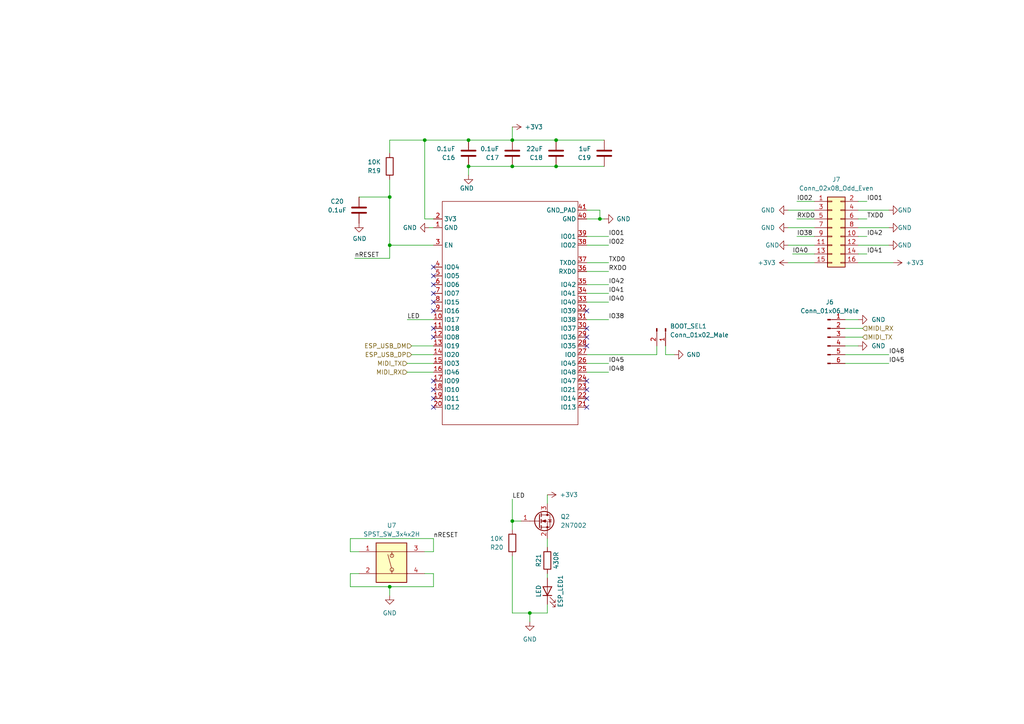
<source format=kicad_sch>
(kicad_sch (version 20211123) (generator eeschema)
  (paper "A4")
  (lib_symbols
    (symbol "Connector:Conn_01x02_Male" (pin_names (offset 1.016) hide)
      (property "Reference" "J" (at 0 2.54 0))
      (property "Value" "Conn_01x02_Male" (at 0 -5.08 0))
      (symbol "Conn_01x02_Male_1_1"
        (polyline (pts (xy 1.27 -2.54) (xy 0.8636 -2.54)) (stroke (width 0.1524)))
        (polyline (pts (xy 1.27 0) (xy 0.8636 0)) (stroke (width 0.1524)))
        (rectangle (start 0.8636 -2.413) (end 0 -2.667) (stroke (width 0.1524)) (fill (type outline)))
        (rectangle (start 0.8636 0.127) (end 0 -0.127) (stroke (width 0.1524)) (fill (type outline)))
        (pin passive line (at 5.08 0 180) (length 3.81) (name "Pin_1") (number "1"))
        (pin passive line (at 5.08 -2.54 180) (length 3.81) (name "Pin_2") (number "2"))
      )
    )
    (symbol "Connector:Conn_01x06_Male" (pin_names (offset 1.016) hide)
      (property "Reference" "J" (at 0 7.62 0))
      (property "Value" "Conn_01x06_Male" (at 0 -10.16 0))
      (symbol "Conn_01x06_Male_1_1"
        (polyline (pts (xy 1.27 -7.62) (xy 0.8636 -7.62)) (stroke (width 0.1524)))
        (polyline (pts (xy 1.27 -5.08) (xy 0.8636 -5.08)) (stroke (width 0.1524)))
        (polyline (pts (xy 1.27 -2.54) (xy 0.8636 -2.54)) (stroke (width 0.1524)))
        (polyline (pts (xy 1.27 0) (xy 0.8636 0)) (stroke (width 0.1524)))
        (polyline (pts (xy 1.27 2.54) (xy 0.8636 2.54)) (stroke (width 0.1524)))
        (polyline (pts (xy 1.27 5.08) (xy 0.8636 5.08)) (stroke (width 0.1524)))
        (rectangle (start 0.8636 -7.493) (end 0 -7.747) (stroke (width 0.1524)) (fill (type outline)))
        (rectangle (start 0.8636 -4.953) (end 0 -5.207) (stroke (width 0.1524)) (fill (type outline)))
        (rectangle (start 0.8636 -2.413) (end 0 -2.667) (stroke (width 0.1524)) (fill (type outline)))
        (rectangle (start 0.8636 0.127) (end 0 -0.127) (stroke (width 0.1524)) (fill (type outline)))
        (rectangle (start 0.8636 2.667) (end 0 2.413) (stroke (width 0.1524)) (fill (type outline)))
        (rectangle (start 0.8636 5.207) (end 0 4.953) (stroke (width 0.1524)) (fill (type outline)))
        (pin passive line (at 5.08 5.08 180) (length 3.81) (name "Pin_1") (number "1"))
        (pin passive line (at 5.08 2.54 180) (length 3.81) (name "Pin_2") (number "2"))
        (pin passive line (at 5.08 0 180) (length 3.81) (name "Pin_3") (number "3"))
        (pin passive line (at 5.08 -2.54 180) (length 3.81) (name "Pin_4") (number "4"))
        (pin passive line (at 5.08 -5.08 180) (length 3.81) (name "Pin_5") (number "5"))
        (pin passive line (at 5.08 -7.62 180) (length 3.81) (name "Pin_6") (number "6"))
      )
    )
    (symbol "Connector_Generic:Conn_02x08_Odd_Even" (pin_names (offset 1.016) hide)
      (property "Reference" "J" (at 1.27 10.16 0))
      (property "Value" "Conn_02x08_Odd_Even" (at 1.27 -12.7 0))
      (symbol "Conn_02x08_Odd_Even_1_1"
        (rectangle (start -1.27 -10.033) (end 0 -10.287) (stroke (width 0.1524)))
        (rectangle (start -1.27 -7.493) (end 0 -7.747) (stroke (width 0.1524)))
        (rectangle (start -1.27 -4.953) (end 0 -5.207) (stroke (width 0.1524)))
        (rectangle (start -1.27 -2.413) (end 0 -2.667) (stroke (width 0.1524)))
        (rectangle (start -1.27 0.127) (end 0 -0.127) (stroke (width 0.1524)))
        (rectangle (start -1.27 2.667) (end 0 2.413) (stroke (width 0.1524)))
        (rectangle (start -1.27 5.207) (end 0 4.953) (stroke (width 0.1524)))
        (rectangle (start -1.27 7.747) (end 0 7.493) (stroke (width 0.1524)))
        (rectangle (start -1.27 8.89) (end 3.81 -11.43) (stroke (width 0.254)) (fill (type background)))
        (rectangle (start 3.81 -10.033) (end 2.54 -10.287) (stroke (width 0.1524)))
        (rectangle (start 3.81 -7.493) (end 2.54 -7.747) (stroke (width 0.1524)))
        (rectangle (start 3.81 -4.953) (end 2.54 -5.207) (stroke (width 0.1524)))
        (rectangle (start 3.81 -2.413) (end 2.54 -2.667) (stroke (width 0.1524)))
        (rectangle (start 3.81 0.127) (end 2.54 -0.127) (stroke (width 0.1524)))
        (rectangle (start 3.81 2.667) (end 2.54 2.413) (stroke (width 0.1524)))
        (rectangle (start 3.81 5.207) (end 2.54 4.953) (stroke (width 0.1524)))
        (rectangle (start 3.81 7.747) (end 2.54 7.493) (stroke (width 0.1524)))
        (pin passive line (at -5.08 7.62 0) (length 3.81) (name "Pin_1") (number "1"))
        (pin passive line (at 7.62 -2.54 180) (length 3.81) (name "Pin_10") (number "10"))
        (pin passive line (at -5.08 -5.08 0) (length 3.81) (name "Pin_11") (number "11"))
        (pin passive line (at 7.62 -5.08 180) (length 3.81) (name "Pin_12") (number "12"))
        (pin passive line (at -5.08 -7.62 0) (length 3.81) (name "Pin_13") (number "13"))
        (pin passive line (at 7.62 -7.62 180) (length 3.81) (name "Pin_14") (number "14"))
        (pin passive line (at -5.08 -10.16 0) (length 3.81) (name "Pin_15") (number "15"))
        (pin passive line (at 7.62 -10.16 180) (length 3.81) (name "Pin_16") (number "16"))
        (pin passive line (at 7.62 7.62 180) (length 3.81) (name "Pin_2") (number "2"))
        (pin passive line (at -5.08 5.08 0) (length 3.81) (name "Pin_3") (number "3"))
        (pin passive line (at 7.62 5.08 180) (length 3.81) (name "Pin_4") (number "4"))
        (pin passive line (at -5.08 2.54 0) (length 3.81) (name "Pin_5") (number "5"))
        (pin passive line (at 7.62 2.54 180) (length 3.81) (name "Pin_6") (number "6"))
        (pin passive line (at -5.08 0 0) (length 3.81) (name "Pin_7") (number "7"))
        (pin passive line (at 7.62 0 180) (length 3.81) (name "Pin_8") (number "8"))
        (pin passive line (at -5.08 -2.54 0) (length 3.81) (name "Pin_9") (number "9"))
      )
    )
    (symbol "Device:C" (pin_numbers hide) (pin_names (offset 0.254))
      (property "Reference" "C" (at 0.635 2.54 0))
      (property "Value" "C" (at 0.635 -2.54 0))
      (symbol "C_0_1"
        (polyline (pts (xy -2.032 -0.762) (xy 2.032 -0.762)) (stroke (width 0.508)))
        (polyline (pts (xy -2.032 0.762) (xy 2.032 0.762)) (stroke (width 0.508)))
      )
      (symbol "C_1_1"
        (pin passive line (at 0 3.81 270) (length 2.794) (name "~") (number "1"))
        (pin passive line (at 0 -3.81 90) (length 2.794) (name "~") (number "2"))
      )
    )
    (symbol "Device:LED" (pin_numbers hide) (pin_names (offset 1.016) hide)
      (property "Reference" "D" (at 0 2.54 0))
      (property "Value" "LED" (at 0 -2.54 0))
      (symbol "LED_0_1"
        (polyline (pts (xy -1.27 -1.27) (xy -1.27 1.27)) (stroke (width 0.254)))
        (polyline (pts (xy -1.27 0) (xy 1.27 0)))
        (polyline (pts (xy 1.27 -1.27) (xy 1.27 1.27) (xy -1.27 0) (xy 1.27 -1.27)) (stroke (width 0.254)))
        (polyline (pts (xy -3.048 -0.762) (xy -4.572 -2.286) (xy -3.81 -2.286) (xy -4.572 -2.286) (xy -4.572 -1.524)))
        (polyline (pts (xy -1.778 -0.762) (xy -3.302 -2.286) (xy -2.54 -2.286) (xy -3.302 -2.286) (xy -3.302 -1.524)))
      )
      (symbol "LED_1_1"
        (pin passive line (at -3.81 0 0) (length 2.54) (name "K") (number "1"))
        (pin passive line (at 3.81 0 180) (length 2.54) (name "A") (number "2"))
      )
    )
    (symbol "Device:R" (pin_numbers hide) (pin_names (offset 0))
      (property "Reference" "R" (at 2.032 0 90))
      (property "Value" "R" (at 0 0 90))
      (symbol "R_0_1"
        (rectangle (start -1.016 -2.54) (end 1.016 2.54) (stroke (width 0.254)))
      )
      (symbol "R_1_1"
        (pin passive line (at 0 3.81 270) (length 1.27) (name "~") (number "1"))
        (pin passive line (at 0 -3.81 90) (length 1.27) (name "~") (number "2"))
      )
    )
    (symbol "Transistor_FET:2N7002" (pin_names hide)
      (property "Reference" "Q" (at 5.08 1.905 0))
      (property "Value" "2N7002" (at 5.08 0 0))
      (symbol "2N7002_0_1"
        (polyline (pts (xy 0.254 0) (xy -2.54 0)))
        (polyline (pts (xy 0.254 1.905) (xy 0.254 -1.905)) (stroke (width 0.254)))
        (polyline (pts (xy 0.762 -1.27) (xy 0.762 -2.286)) (stroke (width 0.254)))
        (polyline (pts (xy 0.762 0.508) (xy 0.762 -0.508)) (stroke (width 0.254)))
        (polyline (pts (xy 0.762 2.286) (xy 0.762 1.27)) (stroke (width 0.254)))
        (polyline (pts (xy 2.54 2.54) (xy 2.54 1.778)))
        (polyline (pts (xy 2.54 -2.54) (xy 2.54 0) (xy 0.762 0)))
        (polyline (pts (xy 0.762 -1.778) (xy 3.302 -1.778) (xy 3.302 1.778) (xy 0.762 1.778)))
        (polyline (pts (xy 1.016 0) (xy 2.032 0.381) (xy 2.032 -0.381) (xy 1.016 0)) (fill (type outline)))
        (polyline (pts (xy 2.794 0.508) (xy 2.921 0.381) (xy 3.683 0.381) (xy 3.81 0.254)))
        (polyline (pts (xy 3.302 0.381) (xy 2.921 -0.254) (xy 3.683 -0.254) (xy 3.302 0.381)))
        (circle (center 1.651 0) (radius 2.794) (stroke (width 0.254)))
        (circle (center 2.54 -1.778) (radius 0.254) (fill (type outline)))
        (circle (center 2.54 1.778) (radius 0.254) (fill (type outline)))
      )
      (symbol "2N7002_1_1"
        (pin input line (at -5.08 0 0) (length 2.54) (name "G") (number "1"))
        (pin passive line (at 2.54 -5.08 90) (length 2.54) (name "S") (number "2"))
        (pin passive line (at 2.54 5.08 270) (length 2.54) (name "D") (number "3"))
      )
    )
    (symbol "User_Global_Symbols:ESP32-S3-WROOM-1"
      (property "Reference" "U" (at 20.32 68.58 0))
      (property "Value" "ESP32-S3-WROOM-1" (at 46.99 68.58 0))
      (symbol "ESP32-S3-WROOM-1_0_1"
        (rectangle (start 19.05 67.31) (end 58.42 2.54))
        (rectangle (start 91.44 128.27) (end 91.44 128.27))
      )
      (symbol "ESP32-S3-WROOM-1_1_1"
        (pin power_in line (at 16.51 59.69 0) (length 2.54) (name "GND") (number "1"))
        (pin bidirectional line (at 16.51 33.02 0) (length 2.54) (name "IO17") (number "10"))
        (pin bidirectional line (at 16.51 30.48 0) (length 2.54) (name "IO18") (number "11"))
        (pin bidirectional line (at 16.51 27.94 0) (length 2.54) (name "IO08") (number "12"))
        (pin bidirectional line (at 16.51 25.4 0) (length 2.54) (name "IO19") (number "13"))
        (pin bidirectional line (at 16.51 22.86 0) (length 2.54) (name "IO20") (number "14"))
        (pin bidirectional line (at 16.51 20.32 0) (length 2.54) (name "IO03") (number "15"))
        (pin bidirectional line (at 16.51 17.78 0) (length 2.54) (name "IO46") (number "16"))
        (pin bidirectional line (at 16.51 15.24 0) (length 2.54) (name "IO09") (number "17"))
        (pin bidirectional line (at 16.51 12.7 0) (length 2.54) (name "IO10") (number "18"))
        (pin bidirectional line (at 16.51 10.16 0) (length 2.54) (name "IO11") (number "19"))
        (pin power_in line (at 16.51 62.23 0) (length 2.54) (name "3V3") (number "2"))
        (pin bidirectional line (at 16.51 7.62 0) (length 2.54) (name "IO12") (number "20"))
        (pin bidirectional line (at 60.96 7.62 180) (length 2.54) (name "IO13") (number "21"))
        (pin bidirectional line (at 60.96 10.16 180) (length 2.54) (name "IO14") (number "22"))
        (pin bidirectional line (at 60.96 12.7 180) (length 2.54) (name "IO21") (number "23"))
        (pin bidirectional line (at 60.96 15.24 180) (length 2.54) (name "IO47") (number "24"))
        (pin bidirectional line (at 60.96 17.78 180) (length 2.54) (name "IO48") (number "25"))
        (pin bidirectional line (at 60.96 20.32 180) (length 2.54) (name "IO45") (number "26"))
        (pin bidirectional line (at 60.96 22.86 180) (length 2.54) (name "IO0") (number "27"))
        (pin bidirectional line (at 60.96 25.4 180) (length 2.54) (name "IO35") (number "28"))
        (pin bidirectional line (at 60.96 27.94 180) (length 2.54) (name "IO36") (number "29"))
        (pin input line (at 16.51 54.61 0) (length 2.54) (name "EN") (number "3"))
        (pin bidirectional line (at 60.96 30.48 180) (length 2.54) (name "IO37") (number "30"))
        (pin bidirectional line (at 60.96 33.02 180) (length 2.54) (name "IO38") (number "31"))
        (pin bidirectional line (at 60.96 35.56 180) (length 2.54) (name "IO39") (number "32"))
        (pin bidirectional line (at 60.96 38.1 180) (length 2.54) (name "IO40") (number "33"))
        (pin bidirectional line (at 60.96 40.64 180) (length 2.54) (name "IO41") (number "34"))
        (pin bidirectional line (at 60.96 43.18 180) (length 2.54) (name "IO42") (number "35"))
        (pin bidirectional line (at 60.96 46.99 180) (length 2.54) (name "RXD0") (number "36"))
        (pin bidirectional line (at 60.96 49.53 180) (length 2.54) (name "TXD0") (number "37"))
        (pin bidirectional line (at 60.96 54.61 180) (length 2.54) (name "IO02") (number "38"))
        (pin bidirectional line (at 60.96 57.15 180) (length 2.54) (name "IO01") (number "39"))
        (pin bidirectional line (at 16.51 48.26 0) (length 2.54) (name "IO04") (number "4"))
        (pin power_in line (at 60.96 62.23 180) (length 2.54) (name "GND") (number "40"))
        (pin power_in line (at 60.96 64.77 180) (length 2.54) (name "GND_PAD") (number "41"))
        (pin bidirectional line (at 16.51 45.72 0) (length 2.54) (name "IO05") (number "5"))
        (pin bidirectional line (at 16.51 43.18 0) (length 2.54) (name "IO06") (number "6"))
        (pin bidirectional line (at 16.51 40.64 0) (length 2.54) (name "IO07") (number "7"))
        (pin bidirectional line (at 16.51 38.1 0) (length 2.54) (name "IO15") (number "8"))
        (pin bidirectional line (at 16.51 35.56 0) (length 2.54) (name "IO16") (number "9"))
      )
    )
    (symbol "User_Global_Symbols:SPST_SW_3x4x2H"
      (property "Reference" "U" (at 5.08 -2.54 0))
      (property "Value" "SPST_SW_3x4x2H" (at 5.08 -5.08 0))
      (symbol "SPST_SW_3x4x2H_0_0"
        (polyline (pts (xy 4.318 4.191) (xy 3.2766 8.0772)))
        (circle (center 4.445 3.683) (radius 0.508))
        (circle (center 4.445 7.747) (radius 0.508))
      )
      (symbol "SPST_SW_3x4x2H_0_1"
        (rectangle (start -0.127 11.43) (end 8.763 0) (stroke (width 0.254)) (fill (type background)))
        (polyline (pts (xy 0 2.54) (xy 4.445 2.54) (xy 4.445 3.683) (xy 4.445 2.54) (xy 9.017 2.54)))
        (polyline (pts (xy 0 8.89) (xy 4.445 8.89) (xy 4.445 7.747) (xy 4.445 8.89) (xy 9.017 8.89)))
      )
      (symbol "SPST_SW_3x4x2H_1_1"
        (pin passive line (at -5.08 8.89 0) (length 5.08) (name "~") (number "1"))
        (pin passive line (at -5.08 2.54 0) (length 5.08) (name "~") (number "2"))
        (pin passive line (at 13.97 8.89 180) (length 5.08) (name "~") (number "3"))
        (pin passive line (at 13.97 2.54 180) (length 5.08) (name "~") (number "4"))
      )
    )
    (symbol "power:+3.3V" (power) (pin_names (offset 0))
      (property "Value" "+3.3V" (at 0 3.556 0))
      (symbol "+3.3V_0_1"
        (polyline (pts (xy -0.762 1.27) (xy 0 2.54)))
        (polyline (pts (xy 0 0) (xy 0 2.54)))
        (polyline (pts (xy 0 2.54) (xy 0.762 1.27)))
      )
      (symbol "+3.3V_1_1"
        (pin power_in line (at 0 0 90) (length 0) hide (name "+3V3") (number "1"))
      )
    )
    (symbol "power:GND" (power) (pin_names (offset 0))
      (property "Value" "GND" (at 0 -3.81 0))
      (symbol "GND_0_1"
        (polyline (pts (xy 0 0) (xy 0 -1.27) (xy 1.27 -1.27) (xy 0 -2.54) (xy -1.27 -1.27) (xy 0 -1.27)))
      )
      (symbol "GND_1_1"
        (pin power_in line (at 0 0 270) (length 0) hide (name "GND") (number "1"))
      )
    )
  )
  (junction (at 161.29 48.26))
  (junction (at 113.03 170.18))
  (junction (at 113.03 71.12))
  (junction (at 153.67 177.8))
  (junction (at 148.59 40.64))
  (junction (at 113.03 57.15))
  (junction (at 135.89 40.64))
  (junction (at 161.29 40.64))
  (junction (at 148.59 151.13))
  (junction (at 135.89 48.26))
  (junction (at 173.99 63.5))
  (junction (at 148.59 48.26))
  (junction (at 123.19 40.64))
  (no_connect (at 125.73 97.79))
  (no_connect (at 125.73 87.63))
  (no_connect (at 125.73 95.25))
  (no_connect (at 125.73 85.09))
  (no_connect (at 125.73 80.01))
  (no_connect (at 125.73 77.47))
  (no_connect (at 125.73 115.57))
  (no_connect (at 125.73 118.11))
  (no_connect (at 125.73 113.03))
  (no_connect (at 170.18 90.17))
  (no_connect (at 170.18 110.49))
  (no_connect (at 170.18 118.11))
  (no_connect (at 170.18 95.25))
  (no_connect (at 125.73 110.49))
  (no_connect (at 170.18 100.33))
  (no_connect (at 170.18 97.79))
  (no_connect (at 170.18 115.57))
  (no_connect (at 170.18 113.03))
  (no_connect (at 125.73 82.55))
  (no_connect (at 125.73 90.17))
  (wire (pts (xy 245.11 97.79) (xy 250.19 97.79)))
  (wire (pts (xy 170.18 68.58) (xy 176.53 68.58)))
  (wire (pts (xy 118.11 105.41) (xy 125.73 105.41)))
  (wire (pts (xy 113.03 170.18) (xy 113.03 172.72)))
  (wire (pts (xy 170.18 78.74) (xy 176.53 78.74)))
  (wire (pts (xy 124.46 66.04) (xy 125.73 66.04)))
  (wire (pts (xy 123.19 40.64) (xy 123.19 63.5)))
  (wire (pts (xy 245.11 102.87) (xy 257.81 102.87)))
  (wire (pts (xy 175.26 40.64) (xy 161.29 40.64)))
  (wire (pts (xy 125.73 71.12) (xy 113.03 71.12)))
  (wire (pts (xy 245.11 105.41) (xy 257.81 105.41)))
  (wire (pts (xy 231.14 63.5) (xy 236.22 63.5)))
  (wire (pts (xy 102.87 74.93) (xy 113.03 74.93)))
  (wire (pts (xy 158.75 156.21) (xy 158.75 158.75)))
  (wire (pts (xy 173.99 60.96) (xy 173.99 63.5)))
  (wire (pts (xy 125.73 166.37) (xy 123.19 166.37)))
  (wire (pts (xy 170.18 63.5) (xy 173.99 63.5)))
  (wire (pts (xy 113.03 57.15) (xy 113.03 52.07)))
  (wire (pts (xy 158.75 143.51) (xy 158.75 146.05)))
  (wire (pts (xy 101.6 160.02) (xy 101.6 156.21)))
  (wire (pts (xy 248.92 60.96) (xy 257.81 60.96)))
  (wire (pts (xy 248.92 73.66) (xy 251.46 73.66)))
  (wire (pts (xy 153.67 177.8) (xy 153.67 180.34)))
  (wire (pts (xy 236.22 71.12) (xy 228.6 71.12)))
  (wire (pts (xy 113.03 71.12) (xy 113.03 74.93)))
  (wire (pts (xy 248.92 66.04) (xy 257.81 66.04)))
  (wire (pts (xy 190.5 100.33) (xy 190.5 102.87)))
  (wire (pts (xy 101.6 156.21) (xy 125.73 156.21)))
  (wire (pts (xy 158.75 175.26) (xy 158.75 177.8)))
  (wire (pts (xy 104.14 57.15) (xy 113.03 57.15)))
  (wire (pts (xy 148.59 151.13) (xy 151.13 151.13)))
  (wire (pts (xy 170.18 85.09) (xy 176.53 85.09)))
  (wire (pts (xy 148.59 151.13) (xy 148.59 153.67)))
  (wire (pts (xy 228.6 60.96) (xy 236.22 60.96)))
  (wire (pts (xy 248.92 71.12) (xy 257.81 71.12)))
  (wire (pts (xy 101.6 170.18) (xy 113.03 170.18)))
  (wire (pts (xy 135.89 48.26) (xy 135.89 50.8)))
  (wire (pts (xy 113.03 44.45) (xy 113.03 40.64)))
  (wire (pts (xy 245.11 100.33) (xy 248.92 100.33)))
  (wire (pts (xy 123.19 40.64) (xy 135.89 40.64)))
  (wire (pts (xy 161.29 40.64) (xy 148.59 40.64)))
  (wire (pts (xy 245.11 92.71) (xy 248.92 92.71)))
  (wire (pts (xy 170.18 102.87) (xy 190.5 102.87)))
  (wire (pts (xy 248.92 68.58) (xy 251.46 68.58)))
  (wire (pts (xy 170.18 87.63) (xy 176.53 87.63)))
  (wire (pts (xy 173.99 63.5) (xy 175.26 63.5)))
  (wire (pts (xy 175.26 48.26) (xy 161.29 48.26)))
  (wire (pts (xy 170.18 60.96) (xy 173.99 60.96)))
  (wire (pts (xy 125.73 156.21) (xy 125.73 160.02)))
  (wire (pts (xy 170.18 76.2) (xy 176.53 76.2)))
  (wire (pts (xy 118.11 107.95) (xy 125.73 107.95)))
  (wire (pts (xy 158.75 177.8) (xy 153.67 177.8)))
  (wire (pts (xy 119.38 102.87) (xy 125.73 102.87)))
  (wire (pts (xy 170.18 92.71) (xy 176.53 92.71)))
  (wire (pts (xy 104.14 166.37) (xy 101.6 166.37)))
  (wire (pts (xy 104.14 160.02) (xy 101.6 160.02)))
  (wire (pts (xy 170.18 105.41) (xy 176.53 105.41)))
  (wire (pts (xy 228.6 66.04) (xy 236.22 66.04)))
  (wire (pts (xy 170.18 82.55) (xy 176.53 82.55)))
  (wire (pts (xy 148.59 48.26) (xy 135.89 48.26)))
  (wire (pts (xy 113.03 170.18) (xy 125.73 170.18)))
  (wire (pts (xy 245.11 95.25) (xy 250.19 95.25)))
  (wire (pts (xy 229.87 73.66) (xy 236.22 73.66)))
  (wire (pts (xy 113.03 71.12) (xy 113.03 57.15)))
  (wire (pts (xy 125.73 63.5) (xy 123.19 63.5)))
  (wire (pts (xy 228.6 76.2) (xy 236.22 76.2)))
  (wire (pts (xy 193.04 100.33) (xy 193.04 102.87)))
  (wire (pts (xy 248.92 58.42) (xy 251.46 58.42)))
  (wire (pts (xy 231.14 68.58) (xy 236.22 68.58)))
  (wire (pts (xy 125.73 160.02) (xy 123.19 160.02)))
  (wire (pts (xy 119.38 100.33) (xy 125.73 100.33)))
  (wire (pts (xy 170.18 71.12) (xy 176.53 71.12)))
  (wire (pts (xy 248.92 76.2) (xy 259.08 76.2)))
  (wire (pts (xy 248.92 63.5) (xy 251.46 63.5)))
  (wire (pts (xy 170.18 107.95) (xy 176.53 107.95)))
  (wire (pts (xy 148.59 161.29) (xy 148.59 177.8)))
  (wire (pts (xy 125.73 170.18) (xy 125.73 166.37)))
  (wire (pts (xy 148.59 144.78) (xy 148.59 151.13)))
  (wire (pts (xy 161.29 48.26) (xy 148.59 48.26)))
  (wire (pts (xy 118.11 92.71) (xy 125.73 92.71)))
  (wire (pts (xy 158.75 166.37) (xy 158.75 167.64)))
  (wire (pts (xy 148.59 40.64) (xy 135.89 40.64)))
  (wire (pts (xy 231.14 58.42) (xy 236.22 58.42)))
  (wire (pts (xy 153.67 177.8) (xy 148.59 177.8)))
  (wire (pts (xy 148.59 36.83) (xy 148.59 40.64)))
  (wire (pts (xy 113.03 40.64) (xy 123.19 40.64)))
  (wire (pts (xy 101.6 166.37) (xy 101.6 170.18)))
  (wire (pts (xy 193.04 102.87) (xy 195.58 102.87)))
  (label "IO40" (at 229.87 73.66 0))
  (label "RXDO" (at 176.53 78.74 0))
  (label "IO45" (at 257.81 105.41 0))
  (label "IO40" (at 176.53 87.63 0))
  (label "nRESET" (at 102.87 74.93 0))
  (label "IO38" (at 231.14 68.58 0))
  (label "IO42" (at 176.53 82.55 0))
  (label "IO01" (at 176.53 68.58 0))
  (label "IO42" (at 251.46 68.58 0))
  (label "nRESET" (at 125.73 156.21 0))
  (label "TXD0" (at 176.53 76.2 0))
  (label "IO41" (at 176.53 85.09 0))
  (label "IO02" (at 231.14 58.42 0))
  (label "IO38" (at 176.53 92.71 0))
  (label "RXDO" (at 231.14 63.5 0))
  (label "IO48" (at 176.53 107.95 0))
  (label "IO41" (at 251.46 73.66 0))
  (label "LED" (at 118.11 92.71 0))
  (label "IO45" (at 176.53 105.41 0))
  (label "LED" (at 148.59 144.78 0))
  (label "IO48" (at 257.81 102.87 0))
  (label "TXD0" (at 251.46 63.5 0))
  (label "IO02" (at 176.53 71.12 0))
  (label "IO01" (at 251.46 58.42 0))
  (hierarchical_label "ESP_USB_DM" (shape input) (at 119.38 100.33 180))
  (hierarchical_label "MIDI_TX" (shape input) (at 250.19 97.79 0))
  (hierarchical_label "ESP_USB_DP" (shape input) (at 119.38 102.87 180))
  (hierarchical_label "MIDI_RX" (shape input) (at 118.11 107.95 180))
  (hierarchical_label "MIDI_TX" (shape input) (at 118.11 105.41 180))
  (hierarchical_label "MIDI_RX" (shape input) (at 250.19 95.25 0))
  (symbol (lib_id "power:+3.3V") (at 228.6 76.2 90) (unit 1)
    (property "Reference" "#PWR052" (effects hide))
    (property "Value" "+3.3V" (at 219.71 76.2 90) (effects (justify right)))
  )
  (symbol (lib_id "power:GND") (at 257.81 60.96 90) (unit 1)
    (property "Reference" "#PWR039" (effects hide))
    (property "Value" "GND" (at 260.35 60.96 90) (effects (justify right)))
  )
  (symbol (lib_id "Device:LED") (at 158.75 171.45 90) (unit 1)
    (property "Reference" "ESP_LED1" (at 162.56 171.45 0))
    (property "Value" "LED" (at 156.21 171.45 0))
    (property "Footprint" "LED_SMD:LED_0805_2012Metric" (effects hide))
  )
  (symbol (lib_id "power:GND") (at 124.46 66.04 270) (unit 1)
    (property "Reference" "#PWR044" (effects hide))
    (property "Value" "GND" (at 116.84 66.04 90) (effects (justify left)))
  )
  (symbol (lib_id "power:GND") (at 113.03 172.72 0) (unit 1)
    (property "Reference" "#PWR058" (effects hide))
    (property "Value" "GND" (at 113.03 177.8 0))
  )
  (symbol (lib_id "User_Global_Symbols:SPST_SW_3x4x2H") (at 109.22 168.91 0) (unit 1)
    (property "Reference" "U7" (at 113.6015 152.4 0))
    (property "Value" "SPST_SW_3x4x2H" (at 113.6015 154.94 0))
    (property "Footprint" "User_Global_Library:SPST_SW_3x4X2" (effects hide))
  )
  (symbol (lib_id "Device:C") (at 104.14 60.96 180) (unit 1)
    (property "Reference" "C20" (at 97.79 58.42 0))
    (property "Value" "0.1uF" (at 97.79 60.96 0))
    (property "Footprint" "Capacitor_SMD:C_0603_1608Metric" (effects hide))
    (property "LCSC" "C14663" (effects hide))
  )
  (symbol (lib_id "power:GND") (at 104.14 64.77 0) (unit 1)
    (property "Reference" "#PWR043" (effects hide))
    (property "Value" "GND" (at 102.235 69.215 0) (effects (justify left)))
  )
  (symbol (lib_id "power:GND") (at 228.6 60.96 270) (unit 1)
    (property "Reference" "#PWR038" (effects hide))
    (property "Value" "GND" (at 224.79 60.96 90) (effects (justify right)))
  )
  (symbol (lib_id "Device:R") (at 113.03 48.26 180) (unit 1)
    (property "Reference" "R19" (at 110.49 49.5301 0) (effects (justify left)))
    (property "Value" "10K" (at 110.49 46.99 0) (effects (justify left)))
    (property "Footprint" "Resistor_SMD:R_0603_1608Metric" (effects hide))
    (property "LCSC" "C25804" (effects hide))
  )
  (symbol (lib_id "Device:C") (at 135.89 44.45 180) (unit 1)
    (property "Reference" "C16" (at 132.08 45.7201 0) (effects (justify left)))
    (property "Value" "0.1uF" (at 132.08 43.1801 0) (effects (justify left)))
    (property "Footprint" "Capacitor_SMD:C_0603_1608Metric" (effects hide))
    (property "LCSC" "C14663" (effects hide))
  )
  (symbol (lib_id "power:GND") (at 135.89 50.8 0) (unit 1)
    (property "Reference" "#PWR037" (effects hide))
    (property "Value" "GND" (at 133.35 54.61 0) (effects (justify left)))
  )
  (symbol (lib_id "power:GND") (at 257.81 71.12 90) (unit 1)
    (property "Reference" "#PWR0102" (effects hide))
    (property "Value" "GND" (at 260.35 71.12 90) (effects (justify right)))
  )
  (symbol (lib_id "power:GND") (at 195.58 102.87 90) (unit 1)
    (property "Reference" "#PWR056" (effects hide))
    (property "Value" "GND" (at 203.2 102.87 90) (effects (justify left)))
  )
  (symbol (lib_id "power:+3.3V") (at 259.08 76.2 270) (unit 1)
    (property "Reference" "#PWR053" (effects hide))
    (property "Value" "+3.3V" (at 267.97 76.2 90) (effects (justify right)))
  )
  (symbol (lib_id "Device:R") (at 158.75 162.56 180) (unit 1)
    (property "Reference" "R21" (at 156.21 162.56 90))
    (property "Value" "430R" (at 161.29 162.56 90))
    (property "Footprint" "Resistor_SMD:R_0603_1608Metric" (effects hide))
    (property "LCSC" "C23170" (effects hide))
  )
  (symbol (lib_id "Transistor_FET:2N7002") (at 156.21 151.13 0) (unit 1)
    (property "Reference" "Q2" (at 162.56 149.8599 0) (effects (justify left)))
    (property "Value" "2N7002" (at 162.56 152.3999 0) (effects (justify left)))
    (property "Footprint" "Package_TO_SOT_SMD:SOT-23" (effects hide))
    (property "Datasheet" "https://www.onsemi.com/pub/Collateral/NDS7002A-D.PDF" (effects hide))
  )
  (symbol (lib_id "Connector_Generic:Conn_02x08_Odd_Even") (at 241.3 66.04 0) (unit 1)
    (property "Reference" "J7" (at 242.57 52.07 0))
    (property "Value" "Conn_02x08_Odd_Even" (at 242.57 54.61 0))
    (property "Footprint" "Connector_PinHeader_2.54mm:PinHeader_2x08_P2.54mm_Vertical" (effects hide))
  )
  (symbol (lib_id "power:GND") (at 248.92 100.33 90) (unit 1)
    (property "Reference" "#PWR0104" (effects hide))
    (property "Value" "GND" (at 252.73 100.3299 90) (effects (justify right)))
  )
  (symbol (lib_id "power:+3.3V") (at 148.59 36.83 270) (unit 1)
    (property "Reference" "#PWR036" (effects hide))
    (property "Value" "+3.3V" (at 157.48 36.83 90) (effects (justify right)))
  )
  (symbol (lib_id "Device:C") (at 175.26 44.45 180) (unit 1)
    (property "Reference" "C19" (at 171.45 45.72 0) (effects (justify left)))
    (property "Value" "1uF" (at 171.45 43.18 0) (effects (justify left)))
    (property "Footprint" "Capacitor_SMD:C_0603_1608Metric" (effects hide))
    (property "LCSC" "C15849" (effects hide))
  )
  (symbol (lib_id "power:GND") (at 153.67 180.34 0) (unit 1)
    (property "Reference" "#PWR059" (effects hide))
    (property "Value" "GND" (at 153.67 185.42 0))
  )
  (symbol (lib_id "Device:C") (at 148.59 44.45 180) (unit 1)
    (property "Reference" "C17" (at 144.78 45.7201 0) (effects (justify left)))
    (property "Value" "0.1uF" (at 144.78 43.1801 0) (effects (justify left)))
    (property "Footprint" "Capacitor_SMD:C_0603_1608Metric" (effects hide))
    (property "LCSC" "C14663" (effects hide))
  )
  (symbol (lib_id "Connector:Conn_01x06_Male") (at 240.03 97.79 0) (unit 1)
    (property "Reference" "J6" (at 240.665 87.63 0))
    (property "Value" "Conn_01x06_Male" (at 240.665 90.17 0))
    (property "Footprint" "Connector_PinHeader_2.54mm:PinHeader_1x06_P2.54mm_Vertical" (effects hide))
  )
  (symbol (lib_id "Connector:Conn_01x02_Male") (at 193.04 95.25 270) (unit 1)
    (property "Reference" "BOOT_SEL1" (at 194.31 94.6149 90) (effects (justify left)))
    (property "Value" "Conn_01x02_Male" (at 194.31 97.1549 90) (effects (justify left)))
    (property "Footprint" "Connector_PinHeader_2.54mm:PinHeader_1x02_P2.54mm_Vertical" (effects hide))
  )
  (symbol (lib_id "power:+3.3V") (at 158.75 143.51 270) (unit 1)
    (property "Reference" "#PWR057" (effects hide))
    (property "Value" "+3.3V" (at 167.64 143.51 90) (effects (justify right)))
  )
  (symbol (lib_id "power:GND") (at 257.81 66.04 90) (unit 1)
    (property "Reference" "#PWR046" (effects hide))
    (property "Value" "GND" (at 260.35 66.04 90) (effects (justify right)))
  )
  (symbol (lib_id "power:GND") (at 228.6 71.12 270) (unit 1)
    (property "Reference" "#PWR0101" (effects hide))
    (property "Value" "GND" (at 226.06 71.12 90) (effects (justify right)))
  )
  (symbol (lib_id "power:GND") (at 248.92 92.71 90) (unit 1)
    (property "Reference" "#PWR0103" (effects hide))
    (property "Value" "GND" (at 252.73 92.7099 90) (effects (justify right)))
  )
  (symbol (lib_id "Device:C") (at 161.29 44.45 180) (unit 1)
    (property "Reference" "C18" (at 157.48 45.72 0) (effects (justify left)))
    (property "Value" "22uF" (at 157.48 43.18 0) (effects (justify left)))
    (property "Footprint" "Capacitor_SMD:C_0603_1608Metric" (effects hide))
    (property "LCSC" "C59461" (effects hide))
  )
  (symbol (lib_id "User_Global_Symbols:ESP32-S3-WROOM-1") (at 109.22 125.73 0) (unit 1)
    (property "Reference" "U6" (at 164.465 -6.35 0))
    (property "Value" "ESP32-S3-WROOM-1" (at 164.465 -3.81 0))
    (property "Footprint" "User_Global_Library:ESP32-S3-WROOM-1" (effects hide))
  )
  (symbol (lib_id "power:GND") (at 175.26 63.5 90) (unit 1)
    (property "Reference" "#PWR042" (effects hide))
    (property "Value" "GND" (at 182.88 63.5 90) (effects (justify left)))
  )
  (symbol (lib_id "power:GND") (at 228.6 66.04 270) (unit 1)
    (property "Reference" "#PWR045" (effects hide))
    (property "Value" "GND" (at 224.79 66.04 90) (effects (justify right)))
  )
  (symbol (lib_id "Device:R") (at 148.59 157.48 180) (unit 1)
    (property "Reference" "R20" (at 146.05 158.7501 0) (effects (justify left)))
    (property "Value" "10K" (at 146.05 156.21 0) (effects (justify left)))
    (property "Footprint" "Resistor_SMD:R_0603_1608Metric" (effects hide))
    (property "LCSC" "C25804" (effects hide))
  )
)
</source>
